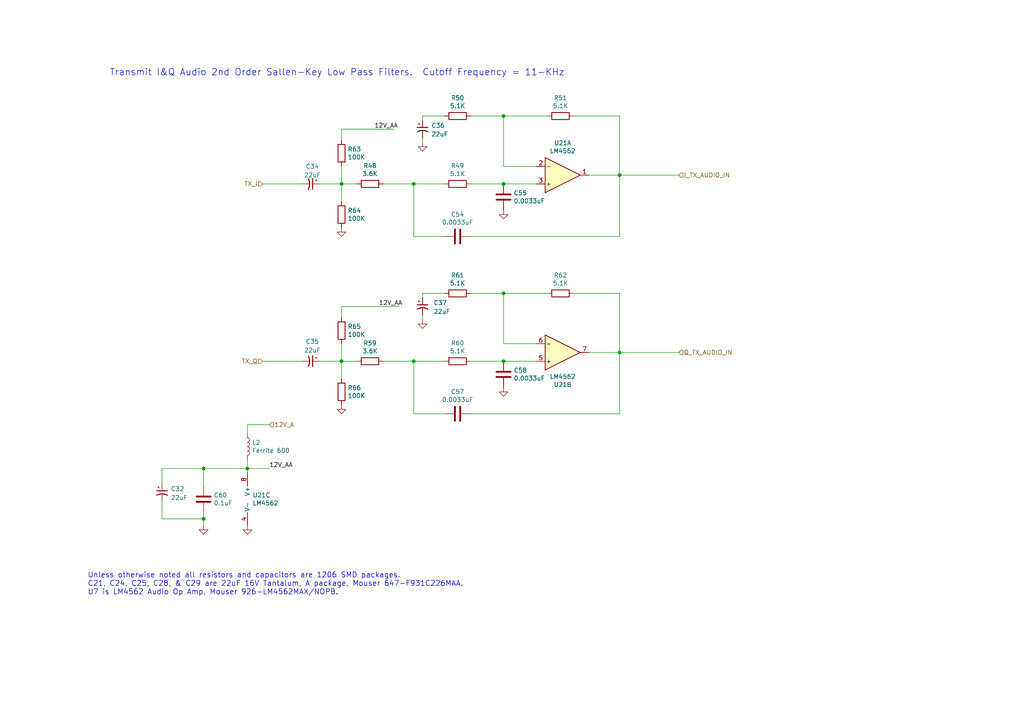
<source format=kicad_sch>
(kicad_sch (version 20230121) (generator eeschema)
  (paper "A4")
  (lib_symbols
    (symbol "Amplifier_Operational:LM4562" (pin_names (offset 0.127))
      (property "Reference" "U" (at 0 5.08 0))
      (property "Value" "LM4562" (at 0 -5.08 0))
      (symbol "LM4562_1_1"
        (polyline (pts (xy -5.08 5.08) (xy 5.08 0) (xy -5.08 -5.08) (xy -5.08 5.08)) (stroke (width 0.254)) (fill (type background)))
        (pin output line (at 7.62 0 180) (length 2.54) (name "~") (number "1"))
        (pin input line (at -7.62 -2.54 0) (length 2.54) (name "-") (number "2"))
        (pin input line (at -7.62 2.54 0) (length 2.54) (name "+") (number "3"))
      )
      (symbol "LM4562_2_1"
        (polyline (pts (xy -5.08 5.08) (xy 5.08 0) (xy -5.08 -5.08) (xy -5.08 5.08)) (stroke (width 0.254)) (fill (type background)))
        (pin input line (at -7.62 2.54 0) (length 2.54) (name "+") (number "5"))
        (pin input line (at -7.62 -2.54 0) (length 2.54) (name "-") (number "6"))
        (pin output line (at 7.62 0 180) (length 2.54) (name "~") (number "7"))
      )
      (symbol "LM4562_3_1"
        (pin power_in line (at -2.54 -7.62 90) (length 3.81) (name "V-") (number "4"))
        (pin power_in line (at -2.54 7.62 270) (length 3.81) (name "V+") (number "8"))
      )
    )
    (symbol "Device:C" (pin_numbers hide) (pin_names (offset 0.254))
      (property "Reference" "C" (at 0.635 2.54 0))
      (property "Value" "C" (at 0.635 -2.54 0))
      (symbol "C_0_1"
        (polyline (pts (xy -2.032 -0.762) (xy 2.032 -0.762)) (stroke (width 0.508)))
        (polyline (pts (xy -2.032 0.762) (xy 2.032 0.762)) (stroke (width 0.508)))
      )
      (symbol "C_1_1"
        (pin passive line (at 0 3.81 270) (length 2.794) (name "~") (number "1"))
        (pin passive line (at 0 -3.81 90) (length 2.794) (name "~") (number "2"))
      )
    )
    (symbol "Device:C_Polarized_Small_US" (pin_numbers hide) (pin_names (offset 0.254) hide)
      (property "Reference" "C" (at 0.254 1.778 0))
      (property "Value" "C_Polarized_Small_US" (at 0.254 -2.032 0))
      (symbol "C_Polarized_Small_US_0_1"
        (polyline (pts (xy -1.524 0.508) (xy 1.524 0.508)) (stroke (width 0.3048)))
        (polyline (pts (xy -1.27 1.524) (xy -0.762 1.524)))
        (polyline (pts (xy -1.016 1.27) (xy -1.016 1.778)))
        (arc (start 1.524 -0.762) (mid 0 -0.3734) (end -1.524 -0.762) (stroke (width 0.3048)))
      )
      (symbol "C_Polarized_Small_US_1_1"
        (pin passive line (at 0 2.54 270) (length 2.032) (name "~") (number "1"))
        (pin passive line (at 0 -2.54 90) (length 2.032) (name "~") (number "2"))
      )
    )
    (symbol "Device:L" (pin_numbers hide) (pin_names (offset 1.016) hide)
      (property "Reference" "L" (at -1.27 0 90))
      (property "Value" "L" (at 1.905 0 90))
      (symbol "L_0_1"
        (arc (start 0 -2.54) (mid 0.6323 -1.905) (end 0 -1.27))
        (arc (start 0 -1.27) (mid 0.6323 -0.635) (end 0 0))
        (arc (start 0 0) (mid 0.6323 0.635) (end 0 1.27))
        (arc (start 0 1.27) (mid 0.6323 1.905) (end 0 2.54))
      )
      (symbol "L_1_1"
        (pin passive line (at 0 3.81 270) (length 1.27) (name "1") (number "1"))
        (pin passive line (at 0 -3.81 90) (length 1.27) (name "2") (number "2"))
      )
    )
    (symbol "Device:R" (pin_numbers hide) (pin_names (offset 0))
      (property "Reference" "R" (at 2.032 0 90))
      (property "Value" "R" (at 0 0 90))
      (symbol "R_0_1"
        (rectangle (start -1.016 -2.54) (end 1.016 2.54) (stroke (width 0.254)))
      )
      (symbol "R_1_1"
        (pin passive line (at 0 3.81 270) (length 1.27) (name "~") (number "1"))
        (pin passive line (at 0 -3.81 90) (length 1.27) (name "~") (number "2"))
      )
    )
    (symbol "power:GND" (power) (pin_names (offset 0))
      (property "Value" "GND" (at 0 -3.81 0))
      (symbol "GND_0_1"
        (polyline (pts (xy 0 0) (xy 0 -1.27) (xy 1.27 -1.27) (xy 0 -2.54) (xy -1.27 -1.27) (xy 0 -1.27)))
      )
      (symbol "GND_1_1"
        (pin power_in line (at 0 0 270) (length 0) hide (name "GND") (number "1"))
      )
    )
  )
  (junction (at 99.06 53.34))
  (junction (at 71.755 135.89))
  (junction (at 99.06 104.775))
  (junction (at 146.05 85.09))
  (junction (at 120.015 104.775))
  (junction (at 146.05 104.775))
  (junction (at 179.705 102.235))
  (junction (at 120.015 53.34))
  (junction (at 179.705 50.8))
  (junction (at 146.05 53.34))
  (junction (at 59.055 135.89))
  (junction (at 59.055 150.495))
  (junction (at 146.05 33.655))
  (wire (pts (xy 99.06 37.465) (xy 114.3 37.465)))
  (wire (pts (xy 71.755 133.35) (xy 71.755 135.89)))
  (wire (pts (xy 46.99 145.415) (xy 46.99 150.495)))
  (wire (pts (xy 92.71 53.34) (xy 99.06 53.34)))
  (wire (pts (xy 99.06 58.42) (xy 99.06 53.34)))
  (wire (pts (xy 111.125 104.775) (xy 120.015 104.775)))
  (wire (pts (xy 120.015 120.015) (xy 128.905 120.015)))
  (wire (pts (xy 99.06 88.9) (xy 115.57 88.9)))
  (wire (pts (xy 71.755 123.19) (xy 78.105 123.19)))
  (wire (pts (xy 179.705 85.09) (xy 179.705 102.235)))
  (wire (pts (xy 99.06 48.26) (xy 99.06 53.34)))
  (wire (pts (xy 120.015 104.775) (xy 128.905 104.775)))
  (wire (pts (xy 136.525 104.775) (xy 146.05 104.775)))
  (wire (pts (xy 146.05 99.695) (xy 155.575 99.695)))
  (wire (pts (xy 59.055 140.97) (xy 59.055 135.89)))
  (wire (pts (xy 179.705 102.235) (xy 196.85 102.235)))
  (wire (pts (xy 146.05 53.34) (xy 155.575 53.34)))
  (wire (pts (xy 179.705 33.655) (xy 179.705 50.8)))
  (wire (pts (xy 71.755 135.89) (xy 78.105 135.89)))
  (wire (pts (xy 122.555 85.09) (xy 122.555 86.36)))
  (wire (pts (xy 120.015 53.34) (xy 120.015 68.58)))
  (wire (pts (xy 120.015 53.34) (xy 128.905 53.34)))
  (wire (pts (xy 99.06 92.075) (xy 99.06 88.9)))
  (wire (pts (xy 99.06 53.34) (xy 103.505 53.34)))
  (wire (pts (xy 59.055 150.495) (xy 59.055 152.4)))
  (wire (pts (xy 146.05 33.655) (xy 146.05 48.26)))
  (wire (pts (xy 120.015 104.775) (xy 120.015 120.015)))
  (wire (pts (xy 59.055 148.59) (xy 59.055 150.495)))
  (wire (pts (xy 76.2 104.775) (xy 87.63 104.775)))
  (wire (pts (xy 71.755 123.19) (xy 71.755 125.73)))
  (wire (pts (xy 136.525 53.34) (xy 146.05 53.34)))
  (wire (pts (xy 99.06 109.855) (xy 99.06 104.775)))
  (wire (pts (xy 166.37 33.655) (xy 179.705 33.655)))
  (wire (pts (xy 146.05 85.09) (xy 146.05 99.695)))
  (wire (pts (xy 120.015 68.58) (xy 128.905 68.58)))
  (wire (pts (xy 111.125 53.34) (xy 120.015 53.34)))
  (wire (pts (xy 158.75 85.09) (xy 146.05 85.09)))
  (wire (pts (xy 166.37 85.09) (xy 179.705 85.09)))
  (wire (pts (xy 99.06 40.64) (xy 99.06 37.465)))
  (wire (pts (xy 46.99 135.89) (xy 46.99 140.335)))
  (wire (pts (xy 179.705 102.235) (xy 170.815 102.235)))
  (wire (pts (xy 76.2 53.34) (xy 87.63 53.34)))
  (wire (pts (xy 136.525 120.015) (xy 179.705 120.015)))
  (wire (pts (xy 179.705 50.8) (xy 170.815 50.8)))
  (wire (pts (xy 92.71 104.775) (xy 99.06 104.775)))
  (wire (pts (xy 136.525 68.58) (xy 179.705 68.58)))
  (wire (pts (xy 128.905 85.09) (xy 122.555 85.09)))
  (wire (pts (xy 158.75 33.655) (xy 146.05 33.655)))
  (wire (pts (xy 122.555 33.655) (xy 122.555 34.925)))
  (wire (pts (xy 122.555 40.005) (xy 122.555 41.275)))
  (wire (pts (xy 46.99 150.495) (xy 59.055 150.495)))
  (wire (pts (xy 179.705 120.015) (xy 179.705 102.235)))
  (wire (pts (xy 128.905 33.655) (xy 122.555 33.655)))
  (wire (pts (xy 99.06 99.695) (xy 99.06 104.775)))
  (wire (pts (xy 179.705 68.58) (xy 179.705 50.8)))
  (wire (pts (xy 59.055 135.89) (xy 71.755 135.89)))
  (wire (pts (xy 136.525 85.09) (xy 146.05 85.09)))
  (wire (pts (xy 146.05 48.26) (xy 155.575 48.26)))
  (wire (pts (xy 136.525 33.655) (xy 146.05 33.655)))
  (wire (pts (xy 71.755 135.89) (xy 71.755 137.16)))
  (wire (pts (xy 46.99 135.89) (xy 59.055 135.89)))
  (wire (pts (xy 99.06 104.775) (xy 103.505 104.775)))
  (wire (pts (xy 122.555 91.44) (xy 122.555 92.71)))
  (wire (pts (xy 179.705 50.8) (xy 196.85 50.8)))
  (wire (pts (xy 146.05 104.775) (xy 155.575 104.775)))
  (text "Unless otherwise noted all resistors and capacitors are 1206 SMD packages.\nC21, C24, C25, C28, & C29 are 22uF 16V Tantalum, A package, Mouser 647-F931C226MAA.\nU7 is LM4562 Audio Op Amp, Mouser 926-LM4562MAX/NOPB." (at 25.4 172.72 0) (effects (font (size 1.524 1.524)) (justify left bottom)))
  (text "Transmit I&Q Audio 2nd Order Sallen-Key Low Pass Filters.  Cutoff Frequency = 11-KHz" (at 31.75 22.225 0) (effects (font (size 1.905 1.905)) (justify left bottom)))
  (label "12V_AA" (at 108.585 37.465 0))
  (label "12V_AA" (at 109.855 88.9 0))
  (label "12V_AA" (at 78.105 135.89 0))
  (hierarchical_label "TX_I" (shape input) (at 76.2 53.34 180))
  (hierarchical_label "Q_TX_AUDIO_IN" (shape input) (at 196.85 102.235 0))
  (hierarchical_label "I_TX_AUDIO_IN" (shape input) (at 196.85 50.8 0))
  (hierarchical_label "TX_Q" (shape input) (at 76.2 104.775 180))
  (hierarchical_label "12V_A" (shape input) (at 78.105 123.19 0))
  (symbol (lib_id "Amplifier_Operational:LM4562") (at 163.195 50.8 0) (mirror x) (unit 1)
    (property "Reference" "U21" (at 163.195 41.4782 0))
    (property "Value" "LM4562" (at 163.195 43.7896 0))
    (property "Footprint" "Package_SO:SOIC-8-N7_3.9x4.9mm_P1.27mm" (effects hide))
    (property "Datasheet" "http://www.ti.com/lit/ds/symlink/lm4562.pdf" (effects hide))
    (instances (project "" (path "" (reference "U21") (unit 1))) (project "sdt_qse_1496" (path "" (reference "U5") (unit 1))))
  )
  (symbol (lib_id "Amplifier_Operational:LM4562") (at 163.195 102.235 0) (mirror x) (unit 2)
    (property "Reference" "U21" (at 163.195 111.5568 0))
    (property "Value" "LM4562" (at 163.195 109.2454 0))
    (property "Footprint" "Package_SO:SOIC-8-N7_3.9x4.9mm_P1.27mm" (effects hide))
    (property "Datasheet" "http://www.ti.com/lit/ds/symlink/lm4562.pdf" (effects hide))
    (instances (project "" (path "" (reference "U21") (unit 2))) (project "sdt_qse_1496" (path "" (reference "U5") (unit 2))))
  )
  (symbol (lib_id "Device:R") (at 107.315 53.34 270) (unit 1)
    (property "Reference" "R48" (at 107.315 48.0822 90))
    (property "Value" "3.6K" (at 107.315 50.3936 90))
    (property "Footprint" "Resistor_SMD:R_1206_3216Metric" (effects hide))
    (instances (project "" (path "" (reference "R48") (unit 1))) (project "sdt_qse_1496" (path "" (reference "R55") (unit 1))))
  )
  (symbol (lib_id "Device:R") (at 132.715 53.34 270) (unit 1)
    (property "Reference" "R49" (at 132.715 48.0822 90))
    (property "Value" "5.1K" (at 132.715 50.3936 90))
    (property "Footprint" "Resistor_SMD:R_1206_3216Metric" (effects hide))
    (instances (project "" (path "" (reference "R49") (unit 1))) (project "sdt_qse_1496" (path "" (reference "R58") (unit 1))))
  )
  (symbol (lib_id "Device:C") (at 132.715 68.58 270) (unit 1)
    (property "Reference" "C54" (at 132.715 62.1792 90))
    (property "Value" "0.0033uF" (at 132.715 64.4906 90))
    (property "Footprint" "Capacitor_SMD:C_1206_3216Metric" (effects hide))
    (instances (project "" (path "" (reference "C54") (unit 1))) (project "sdt_qse_1496" (path "" (reference "C38") (unit 1))))
  )
  (symbol (lib_id "Device:C") (at 146.05 57.15 0) (unit 1)
    (property "Reference" "C55" (at 148.971 55.9816 0) (effects (justify left)))
    (property "Value" "0.0033uF" (at 148.971 58.293 0) (effects (justify left)))
    (property "Footprint" "Capacitor_SMD:C_1206_3216Metric" (effects hide))
    (instances (project "" (path "" (reference "C55") (unit 1))) (project "sdt_qse_1496" (path "" (reference "C40") (unit 1))))
  )
  (symbol (lib_id "power:GND") (at 146.05 60.96 0) (unit 1)
    (property "Reference" "#PWR?" (effects hide))
    (property "Value" "GND" (effects hide))
    (instances (project "" (path "" (reference "#PWR?") (unit 1))) (project "sdt_qse_1496" (path "" (reference "#PWR055") (unit 1))))
  )
  (symbol (lib_id "Device:R") (at 162.56 33.655 270) (unit 1)
    (property "Reference" "R51" (at 162.56 28.3972 90))
    (property "Value" "5.1K" (at 162.56 30.7086 90))
    (property "Footprint" "Resistor_SMD:R_1206_3216Metric" (effects hide))
    (instances (project "" (path "" (reference "R51") (unit 1))) (project "sdt_qse_1496" (path "" (reference "R61") (unit 1))))
  )
  (symbol (lib_id "Device:R") (at 132.715 33.655 270) (unit 1)
    (property "Reference" "R50" (at 132.715 28.3972 90))
    (property "Value" "5.1K" (at 132.715 30.7086 90))
    (property "Footprint" "Resistor_SMD:R_1206_3216Metric" (effects hide))
    (instances (project "" (path "" (reference "R50") (unit 1))) (project "sdt_qse_1496" (path "" (reference "R57") (unit 1))))
  )
  (symbol (lib_id "power:GND") (at 122.555 41.275 0) (unit 1)
    (property "Reference" "#PWR?" (effects hide))
    (property "Value" "GND" (effects hide))
    (instances (project "" (path "" (reference "#PWR?") (unit 1))) (project "sdt_qse_1496" (path "" (reference "#PWR053") (unit 1))))
  )
  (symbol (lib_id "Amplifier_Operational:LM4562") (at 74.295 144.78 0) (unit 3)
    (property "Reference" "U21" (at 73.2282 143.6116 0) (effects (justify left)))
    (property "Value" "LM4562" (at 73.2282 145.923 0) (effects (justify left)))
    (property "Footprint" "Package_SO:SOIC-8-N7_3.9x4.9mm_P1.27mm" (effects hide))
    (property "Datasheet" "http://www.ti.com/lit/ds/symlink/lm4562.pdf" (effects hide))
    (instances (project "" (path "" (reference "U21") (unit 3))) (project "sdt_qse_1496" (path "" (reference "U5") (unit 3))))
  )
  (symbol (lib_id "Device:R") (at 107.315 104.775 270) (unit 1)
    (property "Reference" "R59" (at 107.315 99.5172 90))
    (property "Value" "3.6K" (at 107.315 101.8286 90))
    (property "Footprint" "Resistor_SMD:R_1206_3216Metric" (effects hide))
    (instances (project "" (path "" (reference "R59") (unit 1))) (project "sdt_qse_1496" (path "" (reference "R56") (unit 1))))
  )
  (symbol (lib_id "Device:R") (at 132.715 104.775 270) (unit 1)
    (property "Reference" "R60" (at 132.715 99.5172 90))
    (property "Value" "5.1K" (at 132.715 101.8286 90))
    (property "Footprint" "Resistor_SMD:R_1206_3216Metric" (effects hide))
  )
  (symbol (lib_id "Device:C") (at 132.715 120.015 270) (unit 1)
    (property "Reference" "C57" (at 132.715 113.6142 90))
    (property "Value" "0.0033uF" (at 132.715 115.9256 90))
    (property "Footprint" "Capacitor_SMD:C_1206_3216Metric" (effects hide))
    (instances (project "" (path "" (reference "C57") (unit 1))) (project "sdt_qse_1496" (path "" (reference "C39") (unit 1))))
  )
  (symbol (lib_id "Device:C") (at 146.05 108.585 0) (unit 1)
    (property "Reference" "C58" (at 148.971 107.4166 0) (effects (justify left)))
    (property "Value" "0.0033uF" (at 148.971 109.728 0) (effects (justify left)))
    (property "Footprint" "Capacitor_SMD:C_1206_3216Metric" (effects hide))
    (instances (project "" (path "" (reference "C58") (unit 1))) (project "sdt_qse_1496" (path "" (reference "C41") (unit 1))))
  )
  (symbol (lib_id "power:GND") (at 146.05 112.395 0) (unit 1)
    (property "Reference" "#PWR?" (effects hide))
    (property "Value" "GND" (effects hide))
    (instances (project "" (path "" (reference "#PWR?") (unit 1))) (project "sdt_qse_1496" (path "" (reference "#PWR056") (unit 1))))
  )
  (symbol (lib_id "Device:R") (at 162.56 85.09 270) (unit 1)
    (property "Reference" "R62" (at 162.56 79.8322 90))
    (property "Value" "5.1K" (at 162.56 82.1436 90))
    (property "Footprint" "Resistor_SMD:R_1206_3216Metric" (effects hide))
  )
  (symbol (lib_id "Device:R") (at 132.715 85.09 270) (unit 1)
    (property "Reference" "R61" (at 132.715 79.8322 90))
    (property "Value" "5.1K" (at 132.715 82.1436 90))
    (property "Footprint" "Resistor_SMD:R_1206_3216Metric" (effects hide))
    (instances (project "" (path "" (reference "R61") (unit 1))) (project "sdt_qse_1496" (path "" (reference "R59") (unit 1))))
  )
  (symbol (lib_id "power:GND") (at 122.555 92.71 0) (unit 1)
    (property "Reference" "#PWR?" (effects hide))
    (property "Value" "GND" (effects hide))
    (instances (project "" (path "" (reference "#PWR?") (unit 1))) (project "sdt_qse_1496" (path "" (reference "#PWR054") (unit 1))))
  )
  (symbol (lib_id "power:GND") (at 71.755 152.4 0) (unit 1)
    (property "Reference" "#PWR?" (effects hide))
    (property "Value" "GND" (effects hide))
    (instances (project "" (path "" (reference "#PWR?") (unit 1))) (project "sdt_qse_1496" (path "" (reference "#PWR050") (unit 1))))
  )
  (symbol (lib_id "Device:L") (at 71.755 129.54 0) (unit 1)
    (property "Reference" "L2" (at 73.1012 128.3716 0) (effects (justify left)))
    (property "Value" "Ferrite 600" (at 73.1012 130.683 0) (effects (justify left)))
    (property "Footprint" "Inductor_SMD:L_1206_3216Metric" (effects hide))
    (instances (project "" (path "" (reference "L2") (unit 1))) (project "sdt_qse_1496" (path "" (reference "L1") (unit 1))))
  )
  (symbol (lib_id "Device:C") (at 59.055 144.78 0) (unit 1)
    (property "Reference" "C60" (at 61.976 143.6116 0) (effects (justify left)))
    (property "Value" "0.1uF" (at 61.976 145.923 0) (effects (justify left)))
    (property "Footprint" "Capacitor_SMD:C_1206_3216Metric" (effects hide))
    (instances (project "" (path "" (reference "C60") (unit 1))) (project "sdt_qse_1496" (path "" (reference "C33") (unit 1))))
  )
  (symbol (lib_id "power:GND") (at 59.055 152.4 0) (unit 1)
    (property "Reference" "#PWR?" (effects hide))
    (property "Value" "GND" (effects hide))
    (instances (project "" (path "" (reference "#PWR?") (unit 1))) (project "sdt_qse_1496" (path "" (reference "#PWR049") (unit 1))))
  )
  (symbol (lib_id "Device:R") (at 99.06 44.45 0) (unit 1)
    (property "Reference" "R63" (at 100.838 43.2816 0) (effects (justify left)))
    (property "Value" "100K" (at 100.838 45.593 0) (effects (justify left)))
    (property "Footprint" "Resistor_SMD:R_1206_3216Metric" (effects hide))
    (instances (project "" (path "" (reference "R63") (unit 1))) (project "sdt_qse_1496" (path "" (reference "R51") (unit 1))))
  )
  (symbol (lib_id "Device:R") (at 99.06 62.23 0) (unit 1)
    (property "Reference" "R64" (at 100.838 61.0616 0) (effects (justify left)))
    (property "Value" "100K" (at 100.838 63.373 0) (effects (justify left)))
    (property "Footprint" "Resistor_SMD:R_1206_3216Metric" (effects hide))
    (instances (project "" (path "" (reference "R64") (unit 1))) (project "sdt_qse_1496" (path "" (reference "R52") (unit 1))))
  )
  (symbol (lib_id "power:GND") (at 99.06 66.04 0) (unit 1)
    (property "Reference" "#PWR?" (effects hide))
    (property "Value" "GND" (effects hide))
    (instances (project "" (path "" (reference "#PWR?") (unit 1))) (project "sdt_qse_1496" (path "" (reference "#PWR051") (unit 1))))
  )
  (symbol (lib_id "Device:R") (at 99.06 95.885 0) (unit 1)
    (property "Reference" "R65" (at 100.838 94.7166 0) (effects (justify left)))
    (property "Value" "100K" (at 100.838 97.028 0) (effects (justify left)))
    (property "Footprint" "Resistor_SMD:R_1206_3216Metric" (effects hide))
    (instances (project "" (path "" (reference "R65") (unit 1))) (project "sdt_qse_1496" (path "" (reference "R53") (unit 1))))
  )
  (symbol (lib_id "Device:R") (at 99.06 113.665 0) (unit 1)
    (property "Reference" "R66" (at 100.838 112.4966 0) (effects (justify left)))
    (property "Value" "100K" (at 100.838 114.808 0) (effects (justify left)))
    (property "Footprint" "Resistor_SMD:R_1206_3216Metric" (effects hide))
    (instances (project "" (path "" (reference "R66") (unit 1))) (project "sdt_qse_1496" (path "" (reference "R54") (unit 1))))
  )
  (symbol (lib_id "power:GND") (at 99.06 117.475 0) (unit 1)
    (property "Reference" "#PWR?" (effects hide))
    (property "Value" "GND" (effects hide))
    (instances (project "" (path "" (reference "#PWR?") (unit 1))) (project "sdt_qse_1496" (path "" (reference "#PWR052") (unit 1))))
  )
  (symbol (lib_id "Device:C_Polarized_Small_US") (at 122.555 88.9 0) (unit 1)
    (property "Reference" "C37" (at 125.73 87.8332 0) (effects (justify left)))
    (property "Value" "22uF" (at 125.73 90.3732 0) (effects (justify left)))
    (property "Footprint" "Capacitor_SMD:C_1206_3216Metric" (effects hide))
  )
  (symbol (lib_id "Device:C_Polarized_Small_US") (at 122.555 37.465 0) (unit 1)
    (property "Reference" "C36" (at 125.095 36.3982 0) (effects (justify left)))
    (property "Value" "22uF" (at 125.095 38.9382 0) (effects (justify left)))
    (property "Footprint" "Capacitor_SMD:C_1206_3216Metric" (effects hide))
  )
  (symbol (lib_id "Device:C_Polarized_Small_US") (at 46.99 142.875 0) (unit 1)
    (property "Reference" "C32" (at 49.53 141.8082 0) (effects (justify left)))
    (property "Value" "22uF" (at 49.53 144.3482 0) (effects (justify left)))
    (property "Footprint" "Capacitor_SMD:C_1206_3216Metric" (effects hide))
  )
  (symbol (lib_id "Device:C_Polarized_Small_US") (at 90.17 53.34 270) (unit 1)
    (property "Reference" "C34" (at 90.6018 48.26 90))
    (property "Value" "22uF" (at 90.6018 50.8 90))
    (property "Footprint" "Capacitor_SMD:C_1206_3216Metric" (effects hide))
  )
  (symbol (lib_id "Device:C_Polarized_Small_US") (at 90.17 104.775 270) (unit 1)
    (property "Reference" "C35" (at 90.6018 99.06 90))
    (property "Value" "22uF" (at 90.6018 101.6 90))
    (property "Footprint" "Capacitor_SMD:C_1206_3216Metric" (effects hide))
  )
)
</source>
